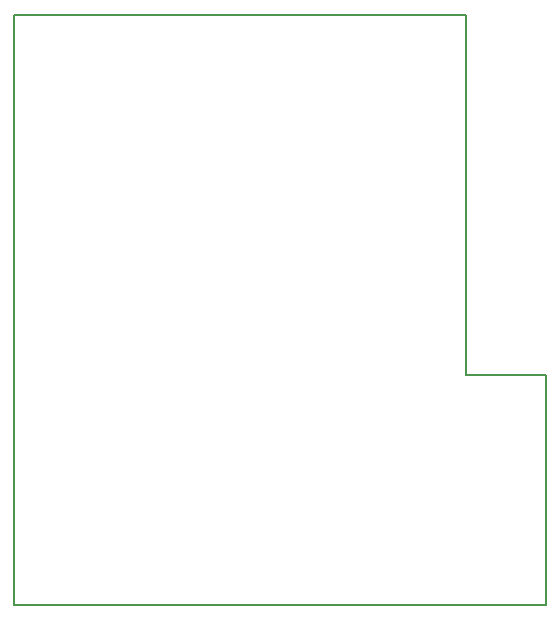
<source format=gm1>
G04 Layer_Color=16711935*
%FSLAX44Y44*%
%MOMM*%
G71*
G01*
G75*
%ADD81C,0.1270*%
D81*
X450000Y0D02*
Y195000D01*
X0Y500000D02*
X382500D01*
Y195000D02*
X450000D01*
X382500D02*
Y500000D01*
X0Y0D02*
X450000D01*
X0D02*
Y500000D01*
M02*

</source>
